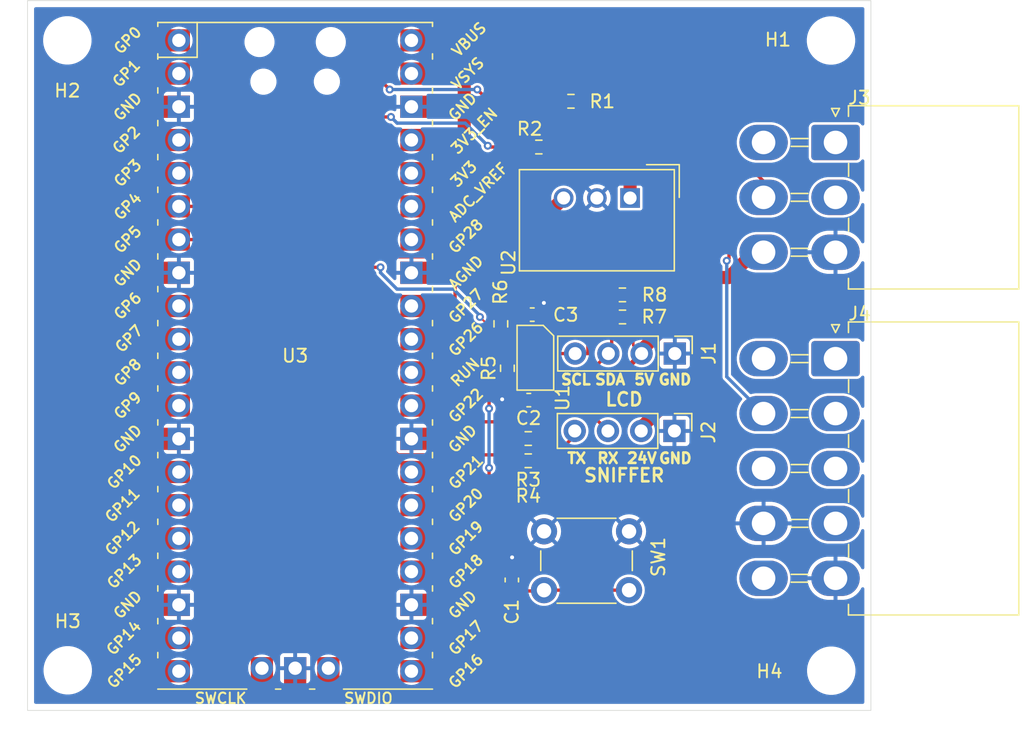
<source format=kicad_pcb>
(kicad_pcb (version 20240706) (generator "pcbnew") (generator_version "8.99")
  (layers (0 "F.Cu" signal) (31 "B.Cu" signal) (34 "B.Paste" user) (35 "F.Paste" user) (36 "B.SilkS" user "B.Silkscreen") (37 "F.SilkS" user "F.Silkscreen") (38 "B.Mask" user) (39 "F.Mask" user) (44 "Edge.Cuts" user))
  (net 0 "")
  (net 1 "Net-(U3-GPIO26_ADC0)")
  (net 2 "+5V")
  (net 3 "/RX_SNIFFER")
  (net 4 "+24V")
  (net 5 "+3V3")
  (net 6 "/TX_SNIFFER")
  (net 7 "/LCD_SCL")
  (net 8 "/LCD_SDA")
  (net 9 "/RX_MASTER")
  (net 10 "/TX_MASTER")
  (net 11 "/TX0")
  (net 12 "/RX0")
  (net 13 "/TX1")
  (net 14 "GND")
  (net 15 "/RX1")
  (net 16 "/PICO_SDA")
  (net 17 "/PICO_SCL")
  (footprint "Connector_Molex:Molex_Mini-Fit_Jr_5569-10A2_2x05_P4.20mm_Horizontal" (layer "F.Cu") (at 105.285 63.79 -90)
    (property "Reference" "J4" (at -3.44 -1.845 0) (layer "F.SilkS"))
    (property "Value" "Conn_01x10")
    (pad "" np_thru_hole circle (at 0 -7.3 270) (size 3 3) (drill 3) (layers "*.Cu" "*.Mask"))
    (pad "" np_thru_hole circle (at 16.8 -7.3 270) (size 3 3) (drill 3) (layers "*.Cu" "*.Mask"))
    (pad "1" thru_hole roundrect (at 0 0 270) (size 2.7 3.7) (drill 1.8) (layers "*.Cu" "*.Mask") (roundrect_rratio 0.092593))
    (pad "2" thru_hole oval (at 4.2 0 270) (size 2.7 3.7) (drill 1.8) (layers "*.Cu" "*.Mask"))
    (pad "3" thru_hole oval (at 8.4 0 270) (size 2.7 3.7) (drill 1.8) (layers "*.Cu" "*.Mask"))
    (pad "4" thru_hole oval (at 12.6 0 270) (size 2.7 3.7) (drill 1.8) (layers "*.Cu" "*.Mask"))
    (pad "5" thru_hole oval (at 16.8 0 270) (size 2.7 3.7) (drill 1.8) (layers "*.Cu" "*.Mask") (net 14 "GND"))
    (pad "6" thru_hole oval (at 0 5.5 270) (size 2.7 3.7) (drill 1.8) (layers "*.Cu" "*.Mask"))
    (pad "7" thru_hole oval (at 4.2 5.5 270) (size 2.7 3.7) (drill 1.8) (layers "*.Cu" "*.Mask") (net 10 "/TX_MASTER"))
    (pad "8" thru_hole oval (at 8.4 5.5 270) (size 2.7 3.7) (drill 1.8) (layers "*.Cu" "*.Mask"))
    (pad "9" thru_hole oval (at 12.6 5.5 270) (size 2.7 3.7) (drill 1.8) (layers "*.Cu" "*.Mask") (net 14 "GND"))
    (pad "10" thru_hole oval (at 16.8 5.5 270) (size 2.7 3.7) (drill 1.8) (layers "*.Cu" "*.Mask"))
  )
  (footprint "Button_Switch_THT:SW_PUSH_6mm_H9.5mm" (layer "F.Cu") (at 89.5 81.5 180)
    (property "Reference" "SW1" (at -2.24 2.54 90) (layer "F.SilkS"))
    (property "Value" "FSM14JLH")
    (pad "1" thru_hole circle (at 0 0 270) (size 2 2) (drill 1.1) (layers "*.Cu" "*.Mask") (net 1 "Net-(U3-GPIO26_ADC0)"))
    (pad "1" thru_hole circle (at 6.5 0 270) (size 2 2) (drill 1.1) (layers "*.Cu" "*.Mask") (net 1 "Net-(U3-GPIO26_ADC0)"))
    (pad "2" thru_hole circle (at 0 4.5 270) (size 2 2) (drill 1.1) (layers "*.Cu" "*.Mask") (net 14 "GND"))
    (pad "2" thru_hole circle (at 6.5 4.5 270) (size 2 2) (drill 1.1) (layers "*.Cu" "*.Mask") (net 14 "GND"))
  )
  (footprint "Resistor_SMD:R_0603_1608Metric" (layer "F.Cu") (at 79.7 61.125 90)
    (property "Reference" "R6" (at 2.435 -0.04 90) (layer "F.SilkS"))
    (property "Value" "2K")
    (pad "1" smd roundrect (at -0.825 0 90) (size 0.8 0.95) (layers "F.Cu" "F.Paste" "F.Mask") (net 17 "/PICO_SCL"))
    (pad "2" smd roundrect (at 0.825 0 90) (size 0.8 0.95) (layers "F.Cu" "F.Paste" "F.Mask") (net 5 "+3V3"))
  )
  (footprint "MountingHole:MountingHole_3.2mm_M3_ISO14580" (layer "F.Cu") (at 104.94 39.45)
    (property "Reference" "H1" (at -4.06 -0.06 0) (layer "F.SilkS"))
    (property "Value" "MountingHole")
    (pad "" np_thru_hole circle (at 0 0) (size 3.2 3.2) (drill 3.2) (layers "*.Cu" "*.Mask"))
  )
  (footprint "MountingHole:MountingHole_3.2mm_M3_ISO14580" (layer "F.Cu") (at 46.59 87.63)
    (property "Reference" "H3" (at 0 -3.75 0) (layer "F.SilkS"))
    (property "Value" "MountingHole")
    (pad "" np_thru_hole circle (at 0 0) (size 3.2 3.2) (drill 3.2) (layers "*.Cu" "*.Mask"))
  )
  (footprint "Connector_PinHeader_2.54mm:PinHeader_1x04_P2.54mm_Vertical" (layer "F.Cu") (at 93 63.4 -90)
    (property "Reference" "J1" (at -0.01 -2.6 90) (layer "F.SilkS"))
    (property "Value" "Conn_01x04")
    (pad "1" thru_hole rect (at 0 0 270) (size 1.7 1.7) (drill 1) (layers "*.Cu" "*.Mask") (net 14 "GND"))
    (pad "2" thru_hole oval (at 0 2.54 270) (size 1.7 1.7) (drill 1) (layers "*.Cu" "*.Mask") (net 2 "+5V"))
    (pad "3" thru_hole oval (at 0 5.08 270) (size 1.7 1.7) (drill 1) (layers "*.Cu" "*.Mask") (net 8 "/LCD_SDA"))
    (pad "4" thru_hole oval (at 0 7.62 270) (size 1.7 1.7) (drill 1) (layers "*.Cu" "*.Mask") (net 7 "/LCD_SCL"))
  )
  (footprint "Capacitor_SMD:C_0603_1608Metric" (layer "F.Cu") (at 82.1 60.42)
    (property "Reference" "C3" (at 2.56 0.02 0) (layer "F.SilkS"))
    (property "Value" "0.1uF")
    (pad "1" smd roundrect (at -0.775 0) (size 0.9 0.95) (layers "F.Cu" "F.Paste" "F.Mask") (net 5 "+3V3"))
    (pad "2" smd roundrect (at 0.775 0) (size 0.9 0.95) (layers "F.Cu" "F.Paste" "F.Mask") (net 14 "GND"))
  )
  (footprint "Capacitor_SMD:C_0603_1608Metric" (layer "F.Cu") (at 80.54 80.72 90)
    (property "Reference" "C1" (at -2.435 0 90) (layer "F.SilkS"))
    (property "Value" "0.1uF")
    (pad "1" smd roundrect (at -0.775 0 90) (size 0.9 0.95) (layers "F.Cu" "F.Paste" "F.Mask") (net 1 "Net-(U3-GPIO26_ADC0)"))
    (pad "2" smd roundrect (at 0.775 0 90) (size 0.9 0.95) (layers "F.Cu" "F.Paste" "F.Mask") (net 14 "GND"))
  )
  (footprint "Resistor_SMD:R_0603_1608Metric" (layer "F.Cu") (at 81.795 71.6 180)
    (property "Reference" "R4" (at -0.005 -2.69 0) (layer "F.SilkS"))
    (property "Value" "10R")
    (pad "1" smd roundrect (at -0.825 0 180) (size 0.8 0.95) (layers "F.Cu" "F.Paste" "F.Mask") (net 6 "/TX_SNIFFER"))
    (pad "2" smd roundrect (at 0.825 0 180) (size 0.8 0.95) (layers "F.Cu" "F.Paste" "F.Mask") (net 15 "/RX1"))
  )
  (footprint "Resistor_SMD:R_0603_1608Metric" (layer "F.Cu") (at 80.2 64.525 90)
    (property "Reference" "R5" (at 0 -1.43 90) (layer "F.SilkS"))
    (property "Value" "2K")
    (pad "1" smd roundrect (at -0.825 0 90) (size 0.8 0.95) (layers "F.Cu" "F.Paste" "F.Mask") (net 16 "/PICO_SDA"))
    (pad "2" smd roundrect (at 0.825 0 90) (size 0.8 0.95) (layers "F.Cu" "F.Paste" "F.Mask") (net 5 "+3V3"))
  )
  (footprint "Resistor_SMD:R_0603_1608Metric" (layer "F.Cu") (at 88.995 58.91)
    (property "Reference" "R8" (at 2.455 0 0) (layer "F.SilkS"))
    (property "Value" "2K")
    (pad "1" smd roundrect (at -0.825 0) (size 0.8 0.95) (layers "F.Cu" "F.Paste" "F.Mask") (net 7 "/LCD_SCL"))
    (pad "2" smd roundrect (at 0.825 0) (size 0.8 0.95) (layers "F.Cu" "F.Paste" "F.Mask") (net 2 "+5V"))
  )
  (footprint "My Footprints:Package_SO_VSSOP-8_P0.5mm" (layer "F.Cu") (at 82.34 63.72 -90)
    (property "Reference" "U1" (at 3.08 -2.08 -90) (layer "F.SilkS"))
    (property "Value" "TXS0102DCU")
    (pad "1" smd rect (at -1.55 -0.75 180) (size 0.3 0.85) (layers "F.Cu" "F.Paste" "F.Mask") (net 7 "/LCD_SCL"))
    (pad "2" smd rect (at -1.55 -0.25 180) (size 0.3 0.85) (layers "F.Cu" "F.Paste" "F.Mask") (net 14 "GND"))
    (pad "3" smd rect (at -1.55 0.25 180) (size 0.3 0.85) (layers "F.Cu" "F.Paste" "F.Mask") (net 5 "+3V3"))
    (pad "4" smd rect (at -1.55 0.75 180) (size 0.3 0.85) (layers "F.Cu" "F.Paste" "F.Mask") (net 17 "/PICO_SCL"))
    (pad "5" smd rect (at 1.55 0.75 180) (size 0.3 0.85) (layers "F.Cu" "F.Paste" "F.Mask") (net 16 "/PICO_SDA"))
    (pad "6" smd rect (at 1.55 0.25 180) (size 0.3 0.85) (layers "F.Cu" "F.Paste" "F.Mask") (net 5 "+3V3"))
    (pad "7" smd rect (at 1.55 -0.25 180) (size 0.3 0.85) (layers "F.Cu" "F.Paste" "F.Mask") (net 2 "+5V"))
    (pad "8" smd rect (at 1.55 -0.75 180) (size 0.3 0.85) (layers "F.Cu" "F.Paste" "F.Mask") (net 8 "/LCD_SDA"))
  )
  (footprint "Converter_DCDC:Converter_DCDC_TRACO_TSR1-xxxxE_THT" (layer "F.Cu") (at 89.58 51.5 -90)
    (property "Reference" "U2" (at 4.95 9.29 90) (layer "F.SilkS"))
    (property "Value" "TSR1-2450E")
    (pad "1" thru_hole rect (at 0 0 270) (size 1.5 1.5) (drill 1) (layers "*.Cu" "*.Mask") (net 4 "+24V"))
    (pad "2" thru_hole circle (at 0 2.54 270) (size 1.5 1.5) (drill 1) (layers "*.Cu" "*.Mask") (net 14 "GND"))
    (pad "3" thru_hole circle (at 0 5.08 270) (size 1.5 1.5) (drill 1) (layers "*.Cu" "*.Mask") (net 2 "+5V"))
  )
  (footprint "Connector_PinHeader_2.54mm:PinHeader_1x04_P2.54mm_Vertical" (layer "F.Cu") (at 92.97 69.32 -90)
    (property "Reference" "J2" (at 0.09 -2.6 90) (layer "F.SilkS"))
    (property "Value" "Conn_01x04")
    (pad "1" thru_hole rect (at 0 0 270) (size 1.7 1.7) (drill 1) (layers "*.Cu" "*.Mask") (net 14 "GND"))
    (pad "2" thru_hole oval (at 0 2.54 270) (size 1.7 1.7) (drill 1) (layers "*.Cu" "*.Mask") (net 4 "+24V"))
    (pad "3" thru_hole oval (at 0 5.08 270) (size 1.7 1.7) (drill 1) (layers "*.Cu" "*.Mask") (net 3 "/RX_SNIFFER"))
    (pad "4" thru_hole oval (at 0 7.62 270) (size 1.7 1.7) (drill 1) (layers "*.Cu" "*.Mask") (net 6 "/TX_SNIFFER"))
  )
  (footprint "Connector_Molex:Molex_Mini-Fit_Jr_5569-06A2_2x03_P4.20mm_Horizontal" (layer "F.Cu") (at 105.285 47.25 -90)
    (property "Reference" "J3" (at -3.42 -1.825 180) (layer "F.SilkS"))
    (property "Value" "Conn_01x06")
    (pad "" np_thru_hole circle (at 0 -7.3 270) (size 3 3) (drill 3) (layers "*.Cu" "*.Mask"))
    (pad "" np_thru_hole circle (at 8.4 -7.3 270) (size 3 3) (drill 3) (layers "*.Cu" "*.Mask"))
    (pad "1" thru_hole roundrect (at 0 0 270) (size 2.7 3.7) (drill 1.8) (layers "*.Cu" "*.Mask") (roundrect_rratio 0.092593))
    (pad "2" thru_hole oval (at 4.2 0 270) (size 2.7 3.7) (drill 1.8) (layers "*.Cu" "*.Mask"))
    (pad "3" thru_hole oval (at 8.4 0 270) (size 2.7 3.7) (drill 1.8) (layers "*.Cu" "*.Mask") (net 14 "GND"))
    (pad "4" thru_hole oval (at 0 5.5 270) (size 2.7 3.7) (drill 1.8) (layers "*.Cu" "*.Mask"))
    (pad "5" thru_hole oval (at 4.2 5.5 270) (size 2.7 3.7) (drill 1.8) (layers "*.Cu" "*.Mask") (net 9 "/RX_MASTER"))
    (pad "6" thru_hole oval (at 8.4 5.5 270) (size 2.7 3.7) (drill 1.8) (layers "*.Cu" "*.Mask") (net 4 "+24V"))
  )
  (footprint "Resistor_SMD:R_0603_1608Metric" (layer "F.Cu") (at 85.06 44.1 180)
    (property "Reference" "R1" (at -2.39 -0.01 0) (layer "F.SilkS"))
    (property "Value" "10R")
    (pad "1" smd roundrect (at -0.825 0 180) (size 0.8 0.95) (layers "F.Cu" "F.Paste" "F.Mask") (net 9 "/RX_MASTER"))
    (pad "2" smd roundrect (at 0.825 0 180) (size 0.8 0.95) (layers "F.Cu" "F.Paste" "F.Mask") (net 11 "/TX0"))
  )
  (footprint "Resistor_SMD:R_0603_1608Metric" (layer "F.Cu") (at 82.605 47.6 180)
    (property "Reference" "R2" (at 0.705 1.39 0) (layer "F.SilkS"))
    (property "Value" "10R")
    (pad "1" smd roundrect (at -0.825 0 180) (size 0.8 0.95) (layers "F.Cu" "F.Paste" "F.Mask") (net 10 "/TX_MASTER"))
    (pad "2" smd roundrect (at 0.825 0 180) (size 0.8 0.95) (layers "F.Cu" "F.Paste" "F.Mask") (net 12 "/RX0"))
  )
  (footprint "Capacitor_SMD:C_0603_1608Metric" (layer "F.Cu") (at 81.835 66.96 180)
    (property "Reference" "C2" (at 0.015 -1.38 0) (layer "F.SilkS"))
    (property "Value" "0.1uF")
    (pad "1" smd roundrect (at -0.775 0 180) (size 0.9 0.95) (layers "F.Cu" "F.Paste" "F.Mask") (net 2 "+5V"))
    (pad "2" smd roundrect (at 0.775 0 180) (size 0.9 0.95) (layers "F.Cu" "F.Paste" "F.Mask") (net 14 "GND"))
  )
  (footprint "MountingHole:MountingHole_3.2mm_M3_ISO14580" (layer "F.Cu") (at 104.96 87.66)
    (property "Reference" "H4" (at -4.73 0.05 0) (layer "F.SilkS"))
    (property "Value" "MountingHole")
    (pad "" np_thru_hole circle (at 0 0) (size 3.2 3.2) (drill 3.2) (layers "*.Cu" "*.Mask"))
  )
  (footprint "Resistor_SMD:R_0603_1608Metric" (layer "F.Cu") (at 89 60.6)
    (property "Reference" "R7" (at 2.43 -0.01 0) (layer "F.SilkS"))
    (property "Value" "2K")
    (pad "1" smd roundrect (at -0.825 0) (size 0.8 0.95) (layers "F.Cu" "F.Paste" "F.Mask") (net 8 "/LCD_SDA"))
    (pad "2" smd roundrect (at 0.825 0) (size 0.8 0.95) (layers "F.Cu" "F.Paste" "F.Mask") (net 2 "+5V"))
  )
  (footprint "Resistor_SMD:R_0603_1608Metric" (layer "F.Cu") (at 81.795 69.9 180)
    (property "Reference" "R3" (at 0 -3.16 0) (layer "F.SilkS"))
    (property "Value" "10R")
    (pad "1" smd roundrect (at -0.825 0 180) (size 0.8 0.95) (layers "F.Cu" "F.Paste" "F.Mask") (net 3 "/RX_SNIFFER"))
    (pad "2" smd roundrect (at 0.825 0 180) (size 0.8 0.95) (layers "F.Cu" "F.Paste" "F.Mask") (net 13 "/TX1"))
  )
  (footprint "My Footprints:RPi_Pico_SMD_TH" (layer "F.Cu") (at 63.975 63.57)
    (property "Reference" "U3" (at 0 0 0) (layer "F.SilkS"))
    (property "Value" "Pico")
    (fp_text user "VSYS" (at 13.2 -21.59 45) (layer "F.SilkS") (effects (font (size 0.8 0.8))))
    (fp_text user "SWCLK" (at -5.7 26.2 0) (layer "F.SilkS") (effects (font (size 0.8 0.8))))
    (fp_text user "GP16" (at 13.054 24.13 45) (layer "F.SilkS") (effects (font (size 0.8 0.8))))
    (fp_text user "GND" (at -12.8 19.05 45) (layer "F.SilkS") (effects (font (size 0.8 0.8))))
    (fp_text user "GND" (at -12.8 -6.35 45) (layer "F.SilkS") (effects (font (size 0.8 0.8))))
    (fp_text user "GP4" (at -12.8 -11.43 45) (layer "F.SilkS") (effects (font (size 0.8 0.8))))
    (fp_text user "GND" (at 12.8 -19.05 45) (layer "F.SilkS") (effects (font (size 0.8 0.8))))
    (fp_text user "GP7" (at -12.7 -1.3 45) (layer "F.SilkS") (effects (font (size 0.8 0.8))))
    (fp_text user "GP21" (at 13.054 8.9 45) (layer "F.SilkS") (effects (font (size 0.8 0.8))))
    (fp_text user "GP8" (at -12.8 1.27 45) (layer "F.SilkS") (effects (font (size 0.8 0.8))))
    (fp_text user "GP1" (at -12.9 -21.6 45) (layer "F.SilkS") (effects (font (size 0.8 0.8))))
    (fp_text user "AGND" (at 13.054 -6.35 45) (layer "F.SilkS") (effects (font (size 0.8 0.8))))
    (fp_text user "GND" (at 12.8 6.35 45) (layer "F.SilkS") (effects (font (size 0.8 0.8))))
    (fp_text user "VBUS" (at 13.3 -24.2 45) (layer "F.SilkS") (effects (font (size 0.8 0.8))))
    (fp_text user "GP11" (at -13.2 11.43 45) (layer "F.SilkS") (effects (font (size 0.8 0.8))))
    (fp_text user "ADC_VREF" (at 14 -12.5 45) (layer "F.SilkS") (effects (font (size 0.8 0.8))))
    (fp_text user "GP15" (at -13.054 24.13 45) (layer "F.SilkS") (effects (font (size 0.8 0.8))))
    (fp_text user "GP2" (at -12.9 -16.51 45) (layer "F.SilkS") (effects (font (size 0.8 0.8))))
    (fp_text user "RUN" (at 13 1.27 45) (layer "F.SilkS") (effects (font (size 0.8 0.8))))
    (fp_text user "GP22" (at 13.054 3.81 45) (layer "F.SilkS") (effects (font (size 0.8 0.8))))
    (fp_text user "GP0" (at -12.8 -24.13 45) (layer "F.SilkS") (effects (font (size 0.8 0.8))))
    (fp_text user "GP18" (at 13.054 16.51 45) (layer "F.SilkS") (effects (font (size 0.8 0.8))))
    (fp_text user "GP5" (at -12.8 -8.89 45) (layer "F.SilkS") (effects (font (size 0.8 0.8))))
    (fp_text user "GP12" (at -13.2 13.97 45) (layer "F.SilkS") (effects (font (size 0.8 0.8))))
    (fp_text user "GP19" (at 13.054 13.97 45) (layer "F.SilkS") (effects (font (size 0.8 0.8))))
    (fp_text user "GP9" (at -12.8 3.81 45) (layer "F.SilkS") (effects (font (size 0.8 0.8))))
    (fp_text user "GND" (at 12.8 19.05 45) (layer "F.SilkS") (effects (font (size 0.8 0.8))))
    (fp_text user "GP26" (at 13.054 -1.27 45) (layer "F.SilkS") (effects (font (size 0.8 0.8))))
    (fp_text user "GP17" (at 13.054 21.59 45) (layer "F.SilkS") (effects (font (size 0.8 0.8))))
    (fp_text user "GP20" (at 13.054 11.43 45) (layer "F.SilkS") (effects (font (size 0.8 0.8))))
    (fp_text user "GND" (at -12.8 -19.05 45) (layer "F.SilkS") (effects (font (size 0.8 0.8))))
    (fp_text user "GP3" (at -12.8 -13.97 45) (layer "F.SilkS") (effects (font (size 0.8 0.8))))
    (fp_text user "GND" (at -12.8 6.35 45) (layer "F.SilkS") (effects (font (size 0.8 0.8))))
    (fp_text user "3V3" (at 12.9 -13.9 45) (layer "F.SilkS") (effects (font (size 0.8 0.8))))
    (fp_text user "GP27" (at 13.054 -3.8 45) (layer "F.SilkS") (effects (font (size 0.8 0.8))))
    (fp_text user "SWDIO" (at 5.6 26.2 0) (layer "F.SilkS") (effects (font (size 0.8 0.8))))
    (fp_text user "GP14" (at -13.1 21.59 45) (layer "F.SilkS") (effects (font (size 0.8 0.8))))
    (fp_text user "GP10" (at -13.054 8.89 45) (layer "F.SilkS") (effects (font (size 0.8 0.8))))
    (fp_text user "GP28" (at 13.054 -9.144 45) (layer "F.SilkS") (effects (font (size 0.8 0.8))))
    (fp_text user "GP6" (at -12.8 -3.81 45) (layer "F.SilkS") (effects (font (size 0.8 0.8))))
    (fp_text user "3V3_EN" (at 13.7 -17.2 45) (layer "F.SilkS") (effects (font (size 0.8 0.8))))
    (fp_text user "GP13" (at -13.054 16.51 45) (layer "F.SilkS") (effects (font (size 0.8 0.8))))
    (pad "" np_thru_hole oval (at -2.725 -24) (size 1.8 1.8) (drill 1.8) (layers "*.Cu" "*.Mask"))
    (pad "" np_thru_hole oval (at -2.425 -20.97) (size 1.5 1.5) (drill 1.5) (layers "*.Cu" "*.Mask"))
    (pad "" np_thru_hole oval (at 2.425 -20.97) (size 1.5 1.5) (drill 1.5) (layers "*.Cu" "*.Mask"))
    (pad "" np_thru_hole oval (at 2.725 -24) (size 1.8 1.8) (drill 1.8) (layers "*.Cu" "*.Mask"))
    (pad "1" thru_hole oval (at -8.89 -24.13) (size 1.7 1.7) (drill 1.02) (layers "*.Cu" "*.Mask") (net 11 "/TX0"))
    (pad "1" smd rect (at -8.89 -24.13) (size 3.5 1.7) (drill (offset -0.9 0)) (layers "F.Cu" "F.Mask") (net 11 "/TX0"))
    (pad "2" thru_hole oval (at -8.89 -21.59) (size 1.7 1.7) (drill 1.02) (layers "*.Cu" "*.Mask") (net 12 "/RX0"))
    (pad "2" smd rect (at -8.89 -21.59) (size 3.5 1.7) (drill (offset -0.9 0)) (layers "F.Cu" "F.Mask") (net 12 "/RX0"))
    (pad "3" thru_hole rect (at -8.89 -19.05) (size 1.7 1.7) (drill 1.02) (layers "*.Cu" "*.Mask") (net 14 "GND"))
    (pad "3" smd rect (at -8.89 -19.05) (size 3.5 1.7) (drill (offset -0.9 0)) (layers "F.Cu" "F.Mask") (net 14 "GND"))
    (pad "4" thru_hole oval (at -8.89 -16.51) (size 1.7 1.7) (drill 1.02) (layers "*.Cu" "*.Mask"))
    (pad "4" smd rect (at -8.89 -16.51) (size 3.5 1.7) (drill (offset -0.9 0)) (layers "F.Cu" "F.Mask"))
    (pad "5" thru_hole oval (at -8.89 -13.97) (size 1.7 1.7) (drill 1.02) (layers "*.Cu" "*.Mask"))
    (pad "5" smd rect (at -8.89 -13.97) (size 3.5 1.7) (drill (offset -0.9 0)) (layers "F.Cu" "F.Mask"))
    (pad "6" thru_hole oval (at -8.89 -11.43) (size 1.7 1.7) (drill 1.02) (layers "*.Cu" "*.Mask") (net 16 "/PICO_SDA"))
    (pad "6" smd rect (at -8.89 -11.43) (size 3.5 1.7) (drill (offset -0.9 0)) (layers "F.Cu" "F.Mask") (net 16 "/PICO_SDA"))
    (pad "7" thru_hole oval (at -8.89 -8.89) (size 1.7 1.7) (drill 1.02) (layers "*.Cu" "*.Mask") (net 17 "/PICO_SCL"))
    (pad "7" smd rect (at -8.89 -8.89) (size 3.5 1.7) (drill (offset -0.9 0)) (layers "F.Cu" "F.Mask") (net 17 "/PICO_SCL"))
    (pad "8" thru_hole rect (at -8.89 -6.35) (size 1.7 1.7) (drill 1.02) (layers "*.Cu" "*.Mask") (net 14 "GND"))
    (pad "8" smd rect (at -8.89 -6.35) (size 3.5 1.7) (drill (offset -0.9 0)) (layers "F.Cu" "F.Mask") (net 14 "GND"))
    (pad "9" thru_hole oval (at -8.89 -3.81) (size 1.7 1.7) (drill 1.02) (layers "*.Cu" "*.Mask"))
    (pad "9" smd rect (at -8.89 -3.81) (size 3.5 1.7) (drill (offset -0.9 0)) (layers "F.Cu" "F.Mask"))
    (pad "10" thru_hole oval (at -8.89 -1.27) (size 1.7 1.7) (drill 1.02) (layers "*.Cu" "*.Mask"))
    (pad "10" smd rect (at -8.89 -1.27) (size 3.5 1.7) (drill (offset -0.9 0)) (layers "F.Cu" "F.Mask"))
    (pad "11" thru_hole oval (at -8.89 1.27) (size 1.7 1.7) (drill 1.02) (layers "*.Cu" "*.Mask"))
    (pad "11" smd rect (at -8.89 1.27) (size 3.5 1.7) (drill (offset -0.9 0)) (layers "F.Cu" "F.Mask"))
    (pad "12" thru_hole oval (at -8.89 3.81) (size 1.7 1.7) (drill 1.02) (layers "*.Cu" "*.Mask"))
    (pad "12" smd rect (at -8.89 3.81) (size 3.5 1.7) (drill (offset -0.9 0)) (layers "F.Cu" "F.Mask"))
    (pad "13" thru_hole rect (at -8.89 6.35) (size 1.7 1.7) (drill 1.02) (layers "*.Cu" "*.Mask") (net 14 "GND"))
    (pad "13" smd rect (at -8.89 6.35) (size 3.5 1.7) (drill (offset -0.9 0)) (layers "F.Cu" "F.Mask") (net 14 "GND"))
    (pad "14" thru_hole oval (at -8.89 8.89) (size 1.7 1.7) (drill 1.02) (layers "*.Cu" "*.Mask"))
    (pad "14" smd rect (at -8.89 8.89) (size 3.5 1.7) (drill (offset -0.9 0)) (layers "F.Cu" "F.Mask"))
    (pad "15" thru_hole oval (at -8.89 11.43) (size 1.7 1.7) (drill 1.02) (layers "*.Cu" "*.Mask") (net 13 "/TX1"))
    (pad "15" smd rect (at -8.89 11.43) (size 3.5 1.7) (drill (offset -0.9 0)) (layers "F.Cu" "F.Mask") (net 13 "/TX1"))
    (pad "16" thru_hole oval (at -8.89 13.97) (size 1.7 1.7) (drill 1.02) (layers "*.Cu" "*.Mask") (net 15 "/RX1"))
    (pad "16" smd rect (at -8.89 13.97) (size 3.5 1.7) (drill (offset -0.9 0)) (layers "F.Cu" "F.Mask") (net 15 "/RX1"))
    (pad "17" thru_hole oval (at -8.89 16.51) (size 1.7 1.7) (drill 1.02) (layers "*.Cu" "*.Mask"))
    (pad "17" smd rect (at -8.89 16.51) (size 3.5 1.7) (drill (offset -0.9 0)) (layers "F.Cu" "F.Mask"))
    (pad "18" thru_hole rect (at -8.89 19.05) (size 1.7 1.7) (drill 1.02) (layers "*.Cu" "*.Mask") (net 14 "GND"))
    (pad "18" smd rect (at -8.89 19.05) (size 3.5 1.7) (drill (offset -0.9 0)) (layers "F.Cu" "F.Mask") (net 14 "GND"))
    (pad "19" thru_hole oval (at -8.89 21.59) (size 1.7 1.7) (drill 1.02) (layers "*.Cu" "*.Mask"))
    (pad "19" smd rect (at -8.89 21.59) (size 3.5 1.7) (drill (offset -0.9 0)) (layers "F.Cu" "F.Mask"))
    (pad "20" thru_hole oval (at -8.89 24.13) (size 1.7 1.7) (drill 1.02) (layers "*.Cu" "*.Mask"))
    (pad "20" smd rect (at -8.89 24.13) (size 3.5 1.7) (drill (offset -0.9 0)) (layers "F.Cu" "F.Mask"))
    (pad "21" thru_hole oval (at 8.89 24.13) (size 1.7 1.7) (drill 1.02) (layers "*.Cu" "*.Mask"))
    (pad "21" smd rect (at 8.89 24.13) (size 3.5 1.7) (drill (offset 0.9 0)) (layers "F.Cu" "F.Mask"))
    (pad "22" thru_hole oval (at 8.89 21.59) (size 1.7 1.7) (drill 1.02) (layers "*.Cu" "*.Mask"))
    (pad "22" smd rect (at 8.89 21.59) (size 3.5 1.7) (drill (offset 0.9 0)) (layers "F.Cu" "F.Mask"))
    (pad "23" thru_hole rect (at 8.89 19.05) (size 1.7 1.7) (drill 1.02) (layers "*.Cu" "*.Mask") (net 14 "GND"))
    (pad "23" smd rect (at 8.89 19.05) (size 3.5 1.7) (drill (offset 0.9 0)) (layers "F.Cu" "F.Mask") (net 14 "GND"))
    (pad "24" thru_hole oval (at 8.89 16.51) (size 1.7 1.7) (drill 1.02) (layers "*.Cu" "*.Mask"))
    (pad "24" smd rect (at 8.89 16.51) (size 3.5 1.7) (drill (offset 0.9 0)) (layers "F.Cu" "F.Mask"))
    (pad "25" thru_hole oval (at 8.89 13.97) (size 1.7 1.7) (drill 1.02) (layers "*.Cu" "*.Mask"))
    (pad "25" smd rect (at 8.89 13.97) (size 3.5 1.7) (drill (offset 0.9 0)) (layers "F.Cu" "F.Mask"))
    (pad "26" thru_hole oval (at 8.89 11.43) (size 1.7 1.7) (drill 1.02) (layers "*.Cu" "*.Mask"))
    (pad "26" smd rect (at 8.89 11.43) (size 3.5 1.7) (drill (offset 0.9 0)) (layers "F.Cu" "F.Mask"))
    (pad "27" thru_hole oval (at 8.89 8.89) (size 1.7 1.7) (drill 1.02) (layers "*.Cu" "*.Mask"))
    (pad "27" smd rect (at 8.89 8.89) (size 3.5 1.7) (drill (offset 0.9 0)) (layers "F.Cu" "F.Mask"))
    (pad "28" thru_hole rect (at 8.89 6.35) (size 1.7 1.7) (drill 1.02) (layers "*.Cu" "*.Mask") (net 14 "GND"))
    (pad "28" smd rect (at 8.89 6.35) (size 3.5 1.7) (drill (offset 0.9 0)) (layers "F.Cu" "F.Mask") (net 14 "GND"))
    (pad "29" thru_hole oval (at 8.89 3.81) (size 1.7 1.7) (drill 1.02) (layers "*.Cu" "*.Mask"))
    (pad "29" smd rect (at 8.89 3.81) (size 3.5 1.7) (drill (offset 0.9 0)) (layers "F.Cu" "F.Mask"))
    (pad "30" thru_hole oval (at 8.89 1.27) (size 1.7 1.7) (drill 1.02) (layers "*.Cu" "*.Mask"))
    (pad "30" smd rect (at 8.89 1.27) (size 3.5 1.7) (drill (offset 0.9 0)) (layers "F.Cu" "F.Mask"))
    (pad "31" thru_hole oval (at 8.89 -1.27) (size 1.7 1.7) (drill 1.02) (layers "*.Cu" "*.Mask") (net 1 "Net-(U3-GPIO26_ADC0)"))
    (pad "31" smd rect (at 8.89 -1.27) (size 3.5 1.7) (drill (offset 0.9 0)) (layers "F.Cu" "F.Mask") (net 1 "Net-(U3-GPIO26_ADC0)"))
    (pad "32" thru_hole oval (at 8.89 -3.81) (size 1.7 1.7) (drill 1.02) (layers "*.Cu" "*.Mask"))
    (pad "32" smd rect (at 8.89 -3.81) (size 3.5 1.7) (drill (offset 0.9 0)) (layers "F.Cu" "F.Mask"))
    (pad "33" thru_hole rect (at 8.89 -6.35) (size 1.7 1.7) (drill 1.02) (layers "*.Cu" "*.Mask") (net 14 "GND"))
    (pad "33" smd rect (at 8.89 -6.35) (size 3.5 1.7) (drill (offset 0.9 0)) (layers "F.Cu" "F.Mask") (net 14 "GND"))
    (pad "34" thru_hole oval (at 8.89 -8.89) (size 1.7 1.7) (drill 1.02) (layers "*.Cu" "*.Mask"))
    (pad "34" smd rect (at 8.89 -8.89) (size 3.5 1.7) (drill (offset 0.9 0)) (layers "F.Cu" "F.Mask"))
    (pad "35" thru_hole oval (at 8.89 -11.43) (size 1.7 1.7) (drill 1.02) (layers "*.Cu" "*.Mask"))
    (pad "35" smd rect (at 8.89 -11.43) (size 3.5 1.7) (drill (offset 0.9 0)) (layers "F.Cu" "F.Mask"))
    (pad "36" thru_hole oval (at 8.89 -13.97) (size 1.7 1.7) (drill 1.02) (layers "*.Cu" "*.Mask") (net 5 "+3V3"))
    (pad "36" smd rect (at 8.89 -13.97) (size 3.5 1.7) (drill (offset 0.9 0)) (layers "F.Cu" "F.Mask") (net 5 "+3V3"))
    (pad "37" thru_hole oval (at 8.89 -16.51) (size 1.7 1.7) (drill 1.02) (layers "*.Cu" "*.Mask"))
    (pad "37" smd rect (at 8.89 -16.51) (size 3.5 1.7) (drill (offset 0.9 0)) (layers "F.Cu" "F.Mask"))
    (pad "38" thru_hole rect (at 8.89 -19.05) (size 1.7 1.7) (drill 1.02) (layers "*.Cu" "*.Mask") (net 14 "GND"))
    (pad "38" smd rect (at 8.89 -19.05) (size 3.5 1.7) (drill (offset 0.9 0)) (layers "F.Cu" "F.Mask") (net 14 "GND"))
    (pad "39" thru_hole oval (at 8.89 -21.59) (size 1.7 1.7) (drill 1.02) (layers "*.Cu" "*.Mask"))
    (pad "39" smd rect (at 8.89 -21.59) (size 3.5 1.7) (drill (offset 0.9 0)) (layers "F.Cu" "F.Mask"))
    (pad "40" thru_hole oval (at 8.89 -24.13) (size 1.7 1.7) (drill 1.02) (layers "*.Cu" "*.Mask") (net 2 "+5V"))
    (pad "40" smd rect (at 8.89 -24.13) (size 3.5 1.7) (drill (offset 0.9 0)) (layers "F.Cu" "F.Mask") (net 2 "+5V"))
    (pad "41" thru_hole oval (at -2.54 23.9) (size 1.7 1.7) (drill 1.02) (layers "*.Cu" "*.Mask"))
    (pad "41" smd rect (at -2.54 23.9 90) (size 3.5 1.7) (drill (offset -0.9 0)) (layers "F.Cu" "F.Mask"))
    (pad "42" thru_hole rect (at 0 23.9) (size 1.7 1.7) (drill 1.02) (layers "*.Cu" "*.Mask") (net 14 "GND"))
    (pad "42" smd rect (at 0 23.9 90) (size 3.5 1.7) (drill (offset -0.9 0)) (layers "F.Cu" "F.Mask") (net 14 "GND"))
    (pad "43" thru_hole oval (at 2.54 23.9) (size 1.7 1.7) (drill 1.02) (layers "*.Cu" "*.Mask"))
    (pad "43" smd rect (at 2.54 23.9 90) (size 3.5 1.7) (drill (offset -0.9 0)) (layers "F.Cu" "F.Mask"))
  )
  (footprint "MountingHole:MountingHole_3.2mm_M3_ISO14580" (layer "F.Cu") (at 46.56 39.44)
    (property "Reference" "H2" (at 0 3.85 0) (layer "F.SilkS"))
    (property "Value" "MountingHole")
    (pad "" np_thru_hole circle (at 0 0) (size 3.2 3.2) (drill 3.2) (layers "*.Cu" "*.Mask"))
  )
  (gr_rect (start 43.515 36.4) (end 107.99 90.7) (stroke (width 0.05)) (fill none) (layer "Edge.Cuts"))
  (gr_text "BK Telematics\nDiagnostic Tester \nrev 1.0" (at 79.44 90.12 0) (layer "F.Cu") (effects (font (size 1 1) (thickness 0.2) (bold yes)) (justify left bottom)))
  (gr_text "5V\n" (at 89.8 65.86 0) (layer "F.SilkS") (effects (font (size 0.8 0.8) (thickness 0.2) (bold yes)) (justify left bottom)))
  (gr_text "GND	" (at 91.66 65.86 0) (layer "F.SilkS") (effects (font (size 0.8 0.8) (thickness 0.2) (bold yes)) (justify left bottom)))
  (gr_text "24V" (at 89.25 71.87 0) (layer "F.SilkS") (effects (font (size 0.8 0.8) (thickness 0.2) (bold yes)) (justify left bottom)))
  (gr_text "GND	" (at 91.69 71.88 0) (layer "F.SilkS") (effects (font (size 0.8 0.8) (thickness 0.2) (bold yes)) (justify left bottom)))
  (gr_text "RX" (at 86.97 71.88 0) (layer "F.SilkS") (effects (font (size 0.8 0.8) (thickness 0.2) (bold yes)) (justify left bottom)))
  (gr_text "SCL\n" (at 84.2 65.86 0) (layer "F.SilkS") (effects (font (size 0.8 0.8) (thickness 0.2) (bold yes)) (justify left bottom)))
  (gr_text "SNIFFER\n" (at 85.95 73.3 0) (layer "F.SilkS") (effects (font (size 1 1) (thickness 0.2) (bold yes)) (justify left bottom)))
  (gr_text "LCD\n" (at 87.58 67.49 0) (layer "F.SilkS") (effects (font (size 1 1) (thickness 0.2) (bold yes)) (justify left bottom)))
  (gr_text "SDA\n" (at 86.8 65.86 0) (layer "F.SilkS") (effects (font (size 0.8 0.8) (thickness 0.2) (bold yes)) (justify left bottom)))
  (gr_text "TX" (at 84.68 71.88 0) (layer "F.SilkS") (effects (font (size 0.8 0.8) (thickness 0.2) (bold yes)) (justify left bottom)))
  (segment (start 82.94 81.56) (end 83 81.5) (width 0.254) (layer "F.Cu") (net 1))
  (segment (start 78.8 67.5) (end 78.8 66.3) (width 0.254) (layer "F.Cu") (net 1))
  (segment (start 89.5 81.5) (end 83 81.5) (width 0.254) (layer "F.Cu") (net 1))
  (segment (start 78.8 72.15) (end 78.8 80.75) (width 0.254) (layer "F.Cu") (net 1))
  (segment (start 78.8 80.75) (end 79.61 81.56) (width 0.254) (layer "F.Cu") (net 1))
  (segment (start 74.8 62.3) (end 72.865 62.3) (width 0.254) (layer "F.Cu") (net 1))
  (segment (start 79.61 81.56) (end 82.94 81.56) (width 0.254) (layer "F.Cu") (net 1))
  (segment (start 78.8 66.3) (end 74.8 62.3) (width 0.254) (layer "F.Cu") (net 1))
  (via (at 78.8 67.6) (size 0.6) (drill 0.3) (layers "F.Cu" "B.Cu") (net 1))
  (via (at 78.8 72.15) (size 0.6) (drill 0.3) (layers "F.Cu" "B.Cu") (net 1))
  (segment (start 78.8 72.15) (end 78.8 67.6) (width 0.254) (layer "B.Cu") (net 1))
  (segment (start 76.9 41.1) (end 75.24 39.44) (width 1) (layer "F.Cu") (net 2))
  (segment (start 82.54 65.075) (end 82.59 65.125) (width 0.15) (layer "F.Cu") (net 2))
  (segment (start 90.46 63.14) (end 90.46 63.4) (width 1) (layer "F.Cu") (net 2))
  (segment (start 86.86 67) (end 90.46 63.4) (width 0.4) (layer "F.Cu") (net 2))
  (segment (start 89.825 62.765) (end 89.825 58.9) (width 0.2) (layer "F.Cu") (net 2))
  (segment (start 82.59 66.8) (end 82.59 65.125) (width 0.254) (layer "F.Cu") (net 2))
  (segment (start 92.5 58.4) (end 92.5 61.1) (width 1) (layer "F.Cu") (net 2))
  (segment (start 83.3 52.7) (end 87 56.4) (width 1) (layer "F.Cu") (net 2))
  (segment (start 87 56.4) (end 90.5 56.4) (width 1) (layer "F.Cu") (net 2))
  (segment (start 90.5 56.4) (end 92.5 58.4) (width 1) (layer "F.Cu") (net 2))
  (segment (start 84.5 51.5) (end 83.3 52.7) (width 1) (layer "F.Cu") (net 2))
  (segment (start 76.9 48.1) (end 76.9 41.1) (width 1) (layer "F.Cu") (net 2))
  (segment (start 82.465 66.925) (end 82.59 66.8) (width 0.254) (layer "F.Cu") (net 2))
  (segment (start 75.24 39.44) (end 72.865 39.44) (width 1) (layer "F.Cu") (net 2))
  (segment (start 90.46 63.4) (end 89.825 62.765) (width 0.2) (layer "F.Cu") (net 2))
  (segment (start 82.77 67) (end 86.86 67) (width 0.4) (layer "F.Cu") (net 2))
  (segment (start 83.3 52.7) (end 81.5 52.7) (width 1) (layer "F.Cu") (net 2))
  (segment (start 81.5 52.7) (end 76.9 48.1) (width 1) (layer "F.Cu") (net 2))
  (segment (start 92.5 61.1) (end 90.46 63.14) (width 1) (layer "F.Cu") (net 2))
  (segment (start 86.37 67.8) (end 84.725 67.8) (width 0.254) (layer "F.Cu") (net 3))
  (segment (start 84.725 67.8) (end 82.625 69.9) (width 0.254) (layer "F.Cu") (net 3))
  (segment (start 87.89 69.32) (end 86.37 67.8) (width 0.254) (layer "F.Cu") (net 3))
  (segment (start 97.125 57.58) (end 99.055 55.65) (width 1) (layer "F.Cu") (net 4))
  (segment (start 95.17 57.58) (end 97.125 57.58) (width 1) (layer "F.Cu") (net 4))
  (segment (start 95.11 49.11) (end 95.11 57.52) (width 1) (layer "F.Cu") (net 4))
  (segment (start 95.11 57.52) (end 95.17 57.58) (width 1) (layer "F.Cu") (net 4))
  (segment (start 89.58 51.5) (end 89.58 47.9) (width 1) (layer "F.Cu") (net 4))
  (segment (start 93.9 47.9) (end 95.11 49.11) (width 1) (layer "F.Cu") (net 4))
  (segment (start 99.055 55.65) (end 99.93 55.65) (width 1) (layer "F.Cu") (net 4))
  (segment (start 90.43 69.07) (end 90.43 69.32) (width 1) (layer "F.Cu") (net 4))
  (segment (start 95.17 64.33) (end 90.43 69.07) (width 1) (layer "F.Cu") (net 4))
  (segment (start 89.58 47.9) (end 93.9 47.9) (width 1) (layer "F.Cu") (net 4))
  (segment (start 89.655 51.425) (end 89.58 51.5) (width 1) (layer "F.Cu") (net 4))
  (segment (start 95.17 57.58) (end 95.17 64.33) (width 1) (layer "F.Cu") (net 4))
  (segment (start 74.379 49.6) (end 72.865 49.6) (width 0.254) (layer "F.Cu") (net 5))
  (segment (start 78.7 59) (end 78.7 53.9) (width 0.254) (layer "F.Cu") (net 5))
  (segment (start 82.09 63.7) (end 82.09 65.125) (width 0.254) (layer "F.Cu") (net 5))
  (segment (start 81.415 60.65) (end 81.99 61.225) (width 0.254) (layer "F.Cu") (net 5))
  (segment (start 82.09 61.325) (end 81.99 61.225) (width 0.254) (layer "F.Cu") (net 5))
  (segment (start 81.415 60.325) (end 81.415 60.65) (width 0.254) (layer "F.Cu") (net 5))
  (segment (start 80.2 63.7) (end 82.09 63.7) (width 0.254) (layer "F.Cu") (net 5))
  (segment (start 82.09 62.325) (end 82.09 61.325) (width 0.254) (layer "F.Cu") (net 5))
  (segment (start 79.65 59.95) (end 78.7 59) (width 0.254) (layer "F.Cu") (net 5))
  (segment (start 80.29 63.702818) (end 80.34 63.652818) (width 0.2) (layer "F.Cu") (net 5))
  (segment (start 82.09 62.325) (end 82.09 63.7) (width 0.254) (layer "F.Cu") (net 5))
  (segment (start 72.865 49.6) (end 74.275 49.6) (width 0.15) (layer "F.Cu") (net 5))
  (segment (start 78.679 53.9) (end 74.379 49.6) (width 0.254) (layer "F.Cu") (net 5))
  (segment (start 81.39 60.3) (end 81.415 60.325) (width 0.254) (layer "F.Cu") (net 5))
  (segment (start 79.7 60.3) (end 81.39 60.3) (width 0.254) (layer "F.Cu") (net 5))
  (segment (start 78.7 53.9) (end 78.679 53.9) (width 0.254) (layer "F.Cu") (net 5))
  (segment (start 81.415 60.7) (end 81.39 60.725) (width 0.15) (layer "F.Cu") (net 5))
  (segment (start 83.425 71.6) (end 82.625 71.6) (width 0.254) (layer "F.Cu") (net 6))
  (segment (start 85.225 69.8) (end 83.425 71.6) (width 0.254) (layer "F.Cu") (net 6))
  (segment (start 87.475 58.9) (end 88.175 58.9) (width 0.254) (layer "F.Cu") (net 7))
  (segment (start 86.355 63.4) (end 86.355 60.02) (width 0.254) (layer "F.Cu") (net 7))
  (segment (start 86.355 60.02) (end 87.475 58.9) (width 0.254) (layer "F.Cu") (net 7))
  (segment (start 84.165 63.4) (end 86.355 63.4) (width 0.254) (layer "F.Cu") (net 7))
  (segment (start 83.09 62.325) (end 84.165 63.4) (width 0.254) (layer "F.Cu") (net 7))
  (segment (start 88.175 60.6) (end 87.92 60.855) (width 0.2) (layer "F.Cu") (net 8))
  (segment (start 87.17 65.125) (end 87.17 64.15) (width 0.254) (layer "F.Cu") (net 8))
  (segment (start 83.09 65.125) (end 87.17 65.125) (width 0.254) (layer "F.Cu") (net 8))
  (segment (start 88.175 60.6) (end 88.175 63.145) (width 0.254) (layer "F.Cu") (net 8))
  (segment (start 87.17 64.15) (end 87.92 63.4) (width 0.254) (layer "F.Cu") (net 8))
  (segment (start 88.175 63.145) (end 87.92 63.4) (width 0.254) (layer "F.Cu") (net 8))
  (segment (start 99.93 51.45) (end 99.93 50.365) (width 0.254) (layer "F.Cu") (net 9))
  (segment (start 93.595 44.03) (end 85.955 44.03) (width 0.254) (layer "F.Cu") (net 9))
  (segment (start 99.93 50.365) (end 93.595 44.03) (width 0.254) (layer "F.Cu") (net 9))
  (segment (start 85.955 44.03) (end 85.885 44.1) (width 0.254) (layer "F.Cu") (net 9))
  (segment (start 83.97 46.71) (end 95.32 46.71) (width 0.254) (layer "F.Cu") (net 10))
  (segment (start 95.32 46.71) (end 97.143 48.533) (width 0.254) (layer "F.Cu") (net 10))
  (segment (start 97.143 48.533) (end 97.143 56.127) (width 0.254) (layer "F.Cu") (net 10))
  (segment (start 97.143 56.127) (end 96.97 56.3) (width 0.254) (layer "F.Cu") (net 10))
  (segment (start 83.43 47.6) (end 83.43 47.25) (width 0.254) (layer "F.Cu") (net 10))
  (segment (start 83.43 47.25) (end 83.97 46.71) (width 0.254) (layer "F.Cu") (net 10))
  (via (at 96.97 56.3) (size 0.6) (drill 0.3) (layers "F.Cu" "B.Cu") (net 10))
  (segment (start 96.97 65.175) (end 99.785 67.99) (width 0.254) (layer "B.Cu") (net 10))
  (segment (start 96.97 56.3) (end 96.97 65.175) (width 0.254) (layer "B.Cu") (net 10))
  (segment (start 69.16 41.16) (end 56.805 41.16) (width 0.254) (layer "F.Cu") (net 11))
  (segment (start 71.2 43.2) (end 69.16 41.16) (width 0.254) (layer "F.Cu") (net 11))
  (segment (start 78.8 44.1) (end 84.235 44.1) (width 0.254) (layer "F.Cu") (net 11))
  (segment (start 77.9 43.2) (end 78.8 44.1) (width 0.254) (layer "F.Cu") (net 11))
  (segment (start 56.805 41.16) (end 55.085 39.44) (width 0.254) (layer "F.Cu") (net 11))
  (via (at 77.9 43.2) (size 0.6) (drill 0.3) (layers "F.Cu" "B.Cu") (net 11))
  (via (at 71.2 43.2) (size 0.6) (drill 0.3) (layers "F.Cu" "B.Cu") (net 11))
  (segment (start 77.9 43.2) (end 71.2 43.2) (width 0.254) (layer "B.Cu") (net 11))
  (segment (start 58.405 45.3) (end 55.085 41.98) (width 0.254) (layer "F.Cu") (net 12))
  (segment (start 71.3 45.3) (end 58.405 45.3) (width 0.254) (layer "F.Cu") (net 12))
  (segment (start 78.8 47.6) (end 81.78 47.6) (width 0.254) (layer "F.Cu") (net 12))
  (segment (start 78.7 47.5) (end 78.8 47.6) (width 0.254) (layer "F.Cu") (net 12))
  (via (at 78.7 47.5) (size 0.6) (drill 0.3) (layers "F.Cu" "B.Cu") (net 12))
  (via (at 71.3 45.3) (size 0.6) (drill 0.3) (layers "F.Cu" "B.Cu") (net 12))
  (segment (start 71.77 45.77) (end 76.97 45.77) (width 0.254) (layer "B.Cu") (net 12))
  (segment (start 71.3 45.3) (end 71.77 45.77) (width 0.254) (layer "B.Cu") (net 12))
  (segment (start 76.97 45.77) (end 78.7 47.5) (width 0.254) (layer "B.Cu") (net 12))
  (segment (start 55.085 75) (end 55.085 74.615) (width 0.254) (layer "F.Cu") (net 13))
  (segment (start 55.085 75) (end 61.465 68.62) (width 0.254) (layer "F.Cu") (net 13))
  (segment (start 80.5 69.9) (end 80.975 69.9) (width 0.254) (layer "F.Cu") (net 13))
  (segment (start 79.22 68.62) (end 80.5 69.9) (width 0.254) (layer "F.Cu") (net 13))
  (segment (start 61.465 68.62) (end 79.22 68.62) (width 0.254) (layer "F.Cu") (net 13))
  (segment (start 82.99 60.3) (end 82.965 60.325) (width 0.254) (layer "F.Cu") (net 14))
  (segment (start 82.59 61.125) (end 82.59 62.225) (width 0.2) (layer "F.Cu") (net 14))
  (segment (start 82.965 60.75) (end 82.965 60.325) (width 0.2) (layer "F.Cu") (net 14))
  (segment (start 82.99 59.525) (end 82.99 60.3) (width 0.254) (layer "F.Cu") (net 14))
  (segment (start 80.915 66.925) (end 79.825 66.925) (width 0.254) (layer "F.Cu") (net 14))
  (segment (start 80.56 78.99) (end 80.56 79.8) (width 0.254) (layer "F.Cu") (net 14))
  (segment (start 79.825 66.925) (end 79.8 66.9) (width 0.254) (layer "F.Cu") (net 14))
  (segment (start 82.59 61.125) (end 82.965 60.75) (width 0.2) (layer "F.Cu") (net 14))
  (via (at 82.99 59.525) (size 0.6) (drill 0.3) (layers "F.Cu" "B.Cu") (net 14))
  (via (at 79.8 66.9) (size 0.6) (drill 0.3) (layers "F.Cu" "B.Cu") (net 14))
  (via (at 80.56 78.99) (size 0.6) (drill 0.3) (layers "F.Cu" "B.Cu") (net 14))
  (segment (start 70.291 69.6) (end 63.025 69.6) (width 0.254) (layer "F.Cu") (net 15))
  (segment (start 79.35 71.15) (end 71.841 71.15) (width 0.254) (layer "F.Cu") (net 15))
  (segment (start 63.025 69.6) (end 55.085 77.54) (width 0.254) (layer "F.Cu") (net 15))
  (segment (start 79.8 71.6) (end 79.35 71.15) (width 0.254) (layer "F.Cu") (net 15))
  (segment (start 71.841 71.15) (end 70.291 69.6) (width 0.254) (layer "F.Cu") (net 15))
  (segment (start 80.975 71.6) (end 79.8 71.6) (width 0.254) (layer "F.Cu") (net 15))
  (segment (start 75.699 56) (end 76.2 56.501) (width 0.254) (layer "F.Cu") (net 16))
  (segment (start 81.29 65.425) (end 80.29 65.425) (width 0.2) (layer "F.Cu") (net 16))
  (segment (start 81.59 65.125) (end 81.29 65.425) (width 0.2) (layer "F.Cu") (net 16))
  (segment (start 55.085 52.14) (end 57.16 52.14) (width 0.254) (layer "F.Cu") (net 16))
  (segment (start 76.2 56.501) (end 76.2 61.35) (width 0.254) (layer "F.Cu") (net 16))
  (segment (start 76.2 61.35) (end 80.2 65.35) (width 0.254) (layer "F.Cu") (net 16))
  (segment (start 57.16 52.14) (end 61.02 56) (width 0.254) (layer "F.Cu") (net 16))
  (segment (start 61.02 56) (end 75.699 56) (width 0.254) (layer "F.Cu") (net 16))
  (segment (start 58.5 56.8) (end 70.4 56.8) (width 0.254) (layer "F.Cu") (net 17))
  (segment (start 78.1 60.6) (end 79.45 61.95) (width 0.15) (layer "F.Cu") (net 17))
  (segment (start 56.38 54.68) (end 58.5 56.8) (width 0.254) (layer "F.Cu") (net 17))
  (segment (start 56.38 54.68) (end 55.085 54.68) (width 0.254) (layer "F.Cu") (net 17))
  (segment (start 79.65 61.9) (end 79.7 61.95) (width 0.254) (layer "F.Cu") (net 17))
  (segment (start 81.215 61.95) (end 81.59 62.325) (width 0.254) (layer "F.Cu") (net 17))
  (segment (start 79.7 61.95) (end 81.215 61.95) (width 0.254) (layer "F.Cu") (net 17))
  (segment (start 79.45 61.95) (end 79.7 61.95) (width 0.15) (layer "F.Cu") (net 17))
  (via (at 78.1 60.6) (size 0.6) (drill 0.3) (layers "F.Cu" "B.Cu") (net 17))
  (via (at 70.5 56.8) (size 0.6) (drill 0.3) (layers "F.Cu" "B.Cu") (net 17))
  (segment (start 71.761 58.47) (end 76.07 58.47) (width 0.254) (layer "B.Cu") (net 17))
  (segment (start 76.07 58.47) (end 78.1 60.5) (width 0.254) (layer "B.Cu") (net 17))
  (segment (start 70.5 56.8) (end 70.5 57.209) (width 0.254) (layer "B.Cu") (net 17))
  (segment (start 70.5 57.209) (end 71.761 58.47) (width 0.254) (layer "B.Cu") (net 17))
  (segment (start 70.5 56.8) (end 70.5 57.005) (width 0.15) (layer "B.Cu") (net 17))
  (zone (net 14) (net_name "GND") (layer "B.Cu") (priority 2) (connect_pads (clearance 0.2)) (min_thickness 0.25) (fill yes (thermal_gap 0.3) (thermal_bridge_width 0.3))
    (polygon (pts (xy 107.775 36.64) (xy 107.775 90.54) (xy 43.6 90.54) (xy 43.6 36.64)))
  )
)
</source>
